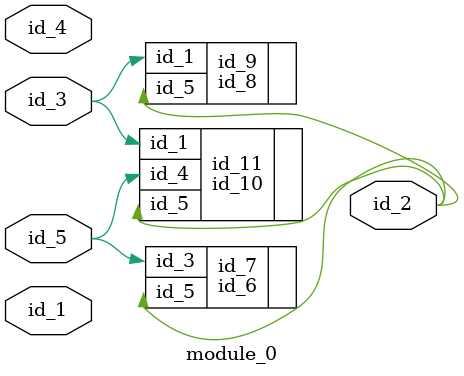
<source format=v>
module module_0 (
    id_1,
    id_2,
    id_3,
    id_4,
    id_5
);
  input id_5;
  input id_4;
  input id_3;
  output id_2;
  input id_1;
  id_6 id_7 (
      .id_5(id_2),
      .id_3(id_5)
  );
  id_8 id_9 (
      .id_5(id_2),
      .id_1(id_3)
  );
  id_10 id_11 (
      .id_5(id_2),
      .id_4(id_7),
      .id_4(id_5),
      .id_1(id_3)
  );
endmodule

</source>
